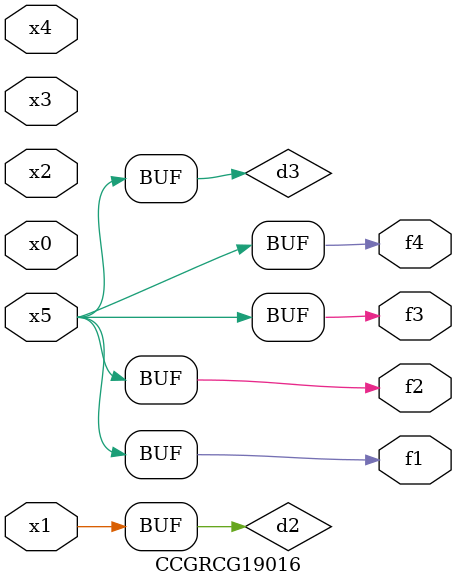
<source format=v>
module CCGRCG19016(
	input x0, x1, x2, x3, x4, x5,
	output f1, f2, f3, f4
);

	wire d1, d2, d3;

	not (d1, x5);
	or (d2, x1);
	xnor (d3, d1);
	assign f1 = d3;
	assign f2 = d3;
	assign f3 = d3;
	assign f4 = d3;
endmodule

</source>
